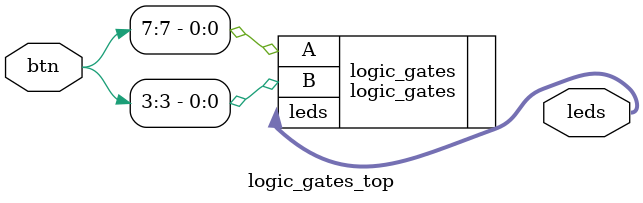
<source format=v>
`timescale 1ns / 1ps


module logic_gates_top(
    input [7:0] btn,
     output[31:0] leds
 );
     logic_gates logic_gates(
        .A(btn[7]),
        .B(btn[3]),
        .leds(leds)
 );
endmodule

</source>
